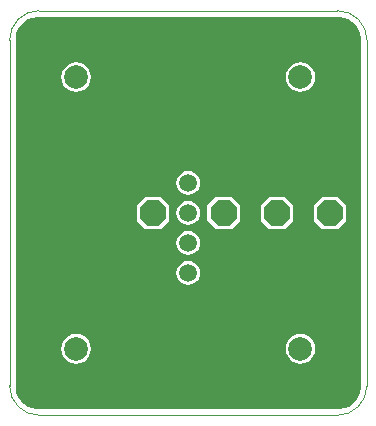
<source format=gtl>
G04*
G04 #@! TF.GenerationSoftware,Altium Limited,Altium Designer,19.1.6 (110)*
G04*
G04 Layer_Physical_Order=1*
G04 Layer_Color=255*
%FSLAX25Y25*%
%MOIN*%
G70*
G01*
G75*
%ADD12C,0.00394*%
%ADD21P,0.09588X8X202.5*%
%ADD22C,0.09843*%
%ADD23C,0.07874*%
%ADD24R,0.05906X0.05906*%
%ADD25C,0.05906*%
%ADD26C,0.02953*%
G36*
X52010Y65133D02*
X53436Y64542D01*
X54719Y63685D01*
X55811Y62593D01*
X56668Y61310D01*
X57259Y59884D01*
X57560Y58370D01*
Y57598D01*
Y-57598D01*
Y-58370D01*
X57259Y-59884D01*
X56668Y-61310D01*
X55811Y-62593D01*
X54719Y-63685D01*
X53436Y-64542D01*
X52010Y-65133D01*
X50496Y-65434D01*
X-50496D01*
X-52010Y-65133D01*
X-53436Y-64542D01*
X-54719Y-63685D01*
X-55811Y-62593D01*
X-56668Y-61310D01*
X-57259Y-59884D01*
X-57560Y-58370D01*
Y-57598D01*
Y57598D01*
Y58370D01*
X-57259Y59884D01*
X-56668Y61310D01*
X-55811Y62593D01*
X-54719Y63685D01*
X-53436Y64542D01*
X-52010Y65133D01*
X-50496Y65434D01*
X50496D01*
X52010Y65133D01*
D02*
G37*
%LPC*%
G36*
X37402Y50239D02*
X36117Y50070D01*
X34920Y49574D01*
X33892Y48785D01*
X33103Y47758D01*
X32607Y46560D01*
X32438Y45276D01*
X32607Y43991D01*
X33103Y42794D01*
X33892Y41766D01*
X34920Y40977D01*
X36117Y40481D01*
X37402Y40312D01*
X38686Y40481D01*
X39883Y40977D01*
X40911Y41766D01*
X41700Y42794D01*
X42196Y43991D01*
X42365Y45276D01*
X42196Y46560D01*
X41700Y47758D01*
X40911Y48785D01*
X39883Y49574D01*
X38686Y50070D01*
X37402Y50239D01*
D02*
G37*
G36*
X-37402D02*
X-38686Y50070D01*
X-39883Y49574D01*
X-40911Y48785D01*
X-41700Y47758D01*
X-42196Y46560D01*
X-42365Y45276D01*
X-42196Y43991D01*
X-41700Y42794D01*
X-40911Y41766D01*
X-39883Y40977D01*
X-38686Y40481D01*
X-37402Y40312D01*
X-36117Y40481D01*
X-34920Y40977D01*
X-33892Y41766D01*
X-33103Y42794D01*
X-32607Y43991D01*
X-32438Y45276D01*
X-32607Y46560D01*
X-33103Y47758D01*
X-33892Y48785D01*
X-34920Y49574D01*
X-36117Y50070D01*
X-37402Y50239D01*
D02*
G37*
G36*
X0Y13971D02*
X-1028Y13836D01*
X-1986Y13439D01*
X-2808Y12808D01*
X-3439Y11986D01*
X-3836Y11028D01*
X-3971Y10000D01*
X-3836Y8972D01*
X-3439Y8015D01*
X-2808Y7192D01*
X-1986Y6561D01*
X-1028Y6164D01*
X0Y6029D01*
X1028Y6164D01*
X1986Y6561D01*
X2808Y7192D01*
X3439Y8015D01*
X3836Y8972D01*
X3971Y10000D01*
X3836Y11028D01*
X3439Y11986D01*
X2808Y12808D01*
X1986Y13439D01*
X1028Y13836D01*
X0Y13971D01*
D02*
G37*
G36*
Y3971D02*
X-1028Y3836D01*
X-1986Y3439D01*
X-2808Y2808D01*
X-3439Y1986D01*
X-3836Y1028D01*
X-3971Y0D01*
X-3836Y-1028D01*
X-3439Y-1986D01*
X-2808Y-2808D01*
X-1986Y-3439D01*
X-1028Y-3836D01*
X0Y-3971D01*
X1028Y-3836D01*
X1986Y-3439D01*
X2808Y-2808D01*
X3439Y-1986D01*
X3836Y-1028D01*
X3971Y0D01*
X3836Y1028D01*
X3439Y1986D01*
X2808Y2808D01*
X1986Y3439D01*
X1028Y3836D01*
X0Y3971D01*
D02*
G37*
G36*
X49951Y5413D02*
X44537D01*
X41831Y2707D01*
Y-2707D01*
X44537Y-5413D01*
X49951D01*
X52658Y-2707D01*
Y2707D01*
X49951Y5413D01*
D02*
G37*
G36*
X32234D02*
X26821D01*
X24114Y2707D01*
Y-2707D01*
X26821Y-5413D01*
X32234D01*
X34941Y-2707D01*
Y2707D01*
X32234Y5413D01*
D02*
G37*
G36*
X14518D02*
X9104D01*
X6398Y2707D01*
Y-2707D01*
X9104Y-5413D01*
X14518D01*
X17224Y-2707D01*
Y2707D01*
X14518Y5413D01*
D02*
G37*
G36*
X-9104D02*
X-14518D01*
X-17224Y2707D01*
Y-2707D01*
X-14518Y-5413D01*
X-9104D01*
X-6398Y-2707D01*
Y2707D01*
X-9104Y5413D01*
D02*
G37*
G36*
X0Y-6029D02*
X-1028Y-6164D01*
X-1986Y-6561D01*
X-2808Y-7192D01*
X-3439Y-8015D01*
X-3836Y-8972D01*
X-3971Y-10000D01*
X-3836Y-11028D01*
X-3439Y-11986D01*
X-2808Y-12808D01*
X-1986Y-13439D01*
X-1028Y-13836D01*
X0Y-13971D01*
X1028Y-13836D01*
X1986Y-13439D01*
X2808Y-12808D01*
X3439Y-11986D01*
X3836Y-11028D01*
X3971Y-10000D01*
X3836Y-8972D01*
X3439Y-8015D01*
X2808Y-7192D01*
X1986Y-6561D01*
X1028Y-6164D01*
X0Y-6029D01*
D02*
G37*
G36*
Y-16029D02*
X-1028Y-16164D01*
X-1986Y-16561D01*
X-2808Y-17192D01*
X-3439Y-18014D01*
X-3836Y-18972D01*
X-3971Y-20000D01*
X-3836Y-21028D01*
X-3439Y-21985D01*
X-2808Y-22808D01*
X-1986Y-23439D01*
X-1028Y-23836D01*
X0Y-23971D01*
X1028Y-23836D01*
X1986Y-23439D01*
X2808Y-22808D01*
X3439Y-21985D01*
X3836Y-21028D01*
X3971Y-20000D01*
X3836Y-18972D01*
X3439Y-18014D01*
X2808Y-17192D01*
X1986Y-16561D01*
X1028Y-16164D01*
X0Y-16029D01*
D02*
G37*
G36*
X37402Y-40312D02*
X36117Y-40481D01*
X34920Y-40977D01*
X33892Y-41766D01*
X33103Y-42794D01*
X32607Y-43991D01*
X32438Y-45276D01*
X32607Y-46560D01*
X33103Y-47758D01*
X33892Y-48785D01*
X34920Y-49574D01*
X36117Y-50070D01*
X37402Y-50239D01*
X38686Y-50070D01*
X39883Y-49574D01*
X40911Y-48785D01*
X41700Y-47758D01*
X42196Y-46560D01*
X42365Y-45276D01*
X42196Y-43991D01*
X41700Y-42794D01*
X40911Y-41766D01*
X39883Y-40977D01*
X38686Y-40481D01*
X37402Y-40312D01*
D02*
G37*
G36*
X-37402D02*
X-38686Y-40481D01*
X-39883Y-40977D01*
X-40911Y-41766D01*
X-41700Y-42794D01*
X-42196Y-43991D01*
X-42365Y-45276D01*
X-42196Y-46560D01*
X-41700Y-47758D01*
X-40911Y-48785D01*
X-39883Y-49574D01*
X-38686Y-50070D01*
X-37402Y-50239D01*
X-36117Y-50070D01*
X-34920Y-49574D01*
X-33892Y-48785D01*
X-33103Y-47758D01*
X-32607Y-46560D01*
X-32438Y-45276D01*
X-32607Y-43991D01*
X-33103Y-42794D01*
X-33892Y-41766D01*
X-34920Y-40977D01*
X-36117Y-40481D01*
X-37402Y-40312D01*
D02*
G37*
%LPD*%
D12*
X-49724Y67441D02*
G03*
X-59567Y57598I0J-9843D01*
G01*
Y-57598D02*
G03*
X-49724Y-67441I9843J0D01*
G01*
X49724D02*
G03*
X59567Y-57598I0J9843D01*
G01*
Y57598D02*
G03*
X49724Y67441I-9843J0D01*
G01*
X-49724D02*
X49724D01*
X59567Y-57598D02*
Y57598D01*
X-49724Y-67441D02*
X49724D01*
X-59567Y-57598D02*
Y57598D01*
D21*
X47244Y0D02*
D03*
X29528D02*
D03*
X11811D02*
D03*
X-11811D02*
D03*
X-47244D02*
D03*
D22*
X-49724Y-32953D02*
D03*
X-25079D02*
D03*
X-49724Y-57598D02*
D03*
X-25079D02*
D03*
X25079Y-32953D02*
D03*
X49724D02*
D03*
X25079Y-57598D02*
D03*
X49724D02*
D03*
X25079Y57598D02*
D03*
X49724D02*
D03*
X25079Y32953D02*
D03*
X49724D02*
D03*
X-49724Y57598D02*
D03*
X-25079D02*
D03*
X-49724Y32953D02*
D03*
X-25079D02*
D03*
D23*
X-37402Y-45276D02*
D03*
X37402D02*
D03*
Y45276D02*
D03*
X-37402D02*
D03*
D24*
X0Y20000D02*
D03*
D25*
Y10000D02*
D03*
Y0D02*
D03*
Y-10000D02*
D03*
Y-20000D02*
D03*
D26*
X-27559Y26083D02*
D03*
Y23130D02*
D03*
X-27559Y-26083D02*
D03*
Y-23130D02*
D03*
X27559D02*
D03*
Y-26083D02*
D03*
Y26083D02*
D03*
Y23130D02*
D03*
M02*

</source>
